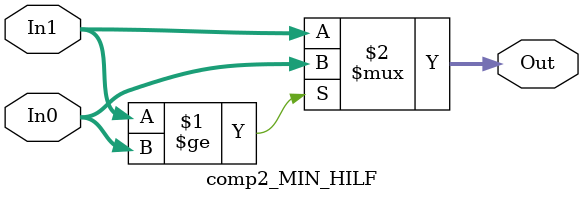
<source format=v>

module comp2_MIN_HILF(In1,In0,Out);

//-------------------------
// In0: input binary code;
// In1: input binary code;
// Out: is the min value;
//-------------------------

input [3:0] In0,In1; // Input data
output [3:0] Out; // Ouput data

assign Out= (In1>=In0) ? In0:In1;

endmodule
</source>
